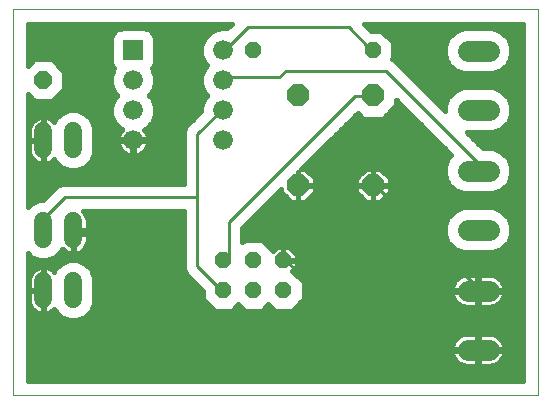
<source format=gbl>
G75*
%MOIN*%
%OFA0B0*%
%FSLAX25Y25*%
%IPPOS*%
%LPD*%
%AMOC8*
5,1,8,0,0,1.08239X$1,22.5*
%
%ADD10C,0.00000*%
%ADD11C,0.06000*%
%ADD12OC8,0.07500*%
%ADD13C,0.07050*%
%ADD14OC8,0.05200*%
%ADD15OC8,0.05600*%
%ADD16OC8,0.06000*%
%ADD17R,0.06600X0.06600*%
%ADD18C,0.06600*%
%ADD19C,0.01000*%
%ADD20C,0.01600*%
D10*
X0001800Y0001800D02*
X0001800Y0130501D01*
X0176721Y0130501D01*
X0176721Y0001800D01*
X0001800Y0001800D01*
D11*
X0011800Y0033800D02*
X0011800Y0039800D01*
X0021800Y0039800D02*
X0021800Y0033800D01*
X0021800Y0053800D02*
X0021800Y0059800D01*
X0011800Y0059800D02*
X0011800Y0053800D01*
X0011800Y0083800D02*
X0011800Y0089800D01*
X0021800Y0089800D02*
X0021800Y0083800D01*
D12*
X0096800Y0071800D03*
X0121800Y0071800D03*
X0121800Y0101800D03*
X0096800Y0101800D03*
D13*
X0153275Y0096957D02*
X0160325Y0096957D01*
X0160325Y0116643D02*
X0153275Y0116643D01*
X0153275Y0076643D02*
X0160325Y0076643D01*
X0160325Y0056957D02*
X0153275Y0056957D01*
X0153275Y0036643D02*
X0160325Y0036643D01*
X0160325Y0016957D02*
X0153275Y0016957D01*
D14*
X0121800Y0116800D03*
X0081800Y0116800D03*
D15*
X0081800Y0046800D03*
X0071800Y0046800D03*
X0071800Y0036800D03*
X0081800Y0036800D03*
X0091800Y0036800D03*
X0091800Y0046800D03*
D16*
X0011800Y0106800D03*
D17*
X0041800Y0116800D03*
D18*
X0041800Y0106800D03*
X0041800Y0096800D03*
X0041800Y0086800D03*
X0071800Y0086800D03*
X0071800Y0096800D03*
X0071800Y0106800D03*
X0071800Y0116800D03*
D19*
X0073700Y0118300D01*
X0080000Y0124600D01*
X0113600Y0124600D01*
X0119900Y0118300D01*
X0121800Y0116800D01*
X0126200Y0109900D02*
X0157700Y0078400D01*
X0156800Y0076643D01*
X0122000Y0072100D02*
X0121800Y0071800D01*
X0119900Y0072100D01*
X0096800Y0072100D01*
X0096800Y0071800D01*
X0073700Y0059500D02*
X0115700Y0101500D01*
X0119900Y0101500D01*
X0121800Y0101800D01*
X0126200Y0109900D02*
X0092600Y0109900D01*
X0090500Y0107800D01*
X0073700Y0107800D01*
X0071800Y0106800D01*
X0071600Y0097300D02*
X0071800Y0096800D01*
X0071600Y0097300D02*
X0063200Y0088900D01*
X0063200Y0067900D01*
X0019100Y0067900D01*
X0012800Y0061600D01*
X0012800Y0057400D01*
X0011800Y0056800D01*
X0021800Y0056800D02*
X0023300Y0055300D01*
X0042200Y0055300D01*
X0067400Y0030100D01*
X0094700Y0030100D01*
X0098900Y0034300D01*
X0098900Y0040600D01*
X0092600Y0046900D01*
X0091800Y0046800D01*
X0073700Y0046900D02*
X0071800Y0046800D01*
X0073700Y0046900D02*
X0073700Y0059500D01*
X0063200Y0067900D02*
X0063200Y0044800D01*
X0069500Y0038500D01*
X0071600Y0038500D01*
X0071800Y0036800D01*
X0122000Y0072100D02*
X0155600Y0038500D01*
X0156800Y0036643D01*
D20*
X0157175Y0037018D02*
X0156425Y0037018D01*
X0156425Y0041968D01*
X0152856Y0041968D01*
X0152028Y0041836D01*
X0151231Y0041577D01*
X0150484Y0041197D01*
X0149806Y0040704D01*
X0149213Y0040112D01*
X0148721Y0039433D01*
X0148340Y0038687D01*
X0148081Y0037889D01*
X0147950Y0037062D01*
X0147950Y0037018D01*
X0156425Y0037018D01*
X0156425Y0036267D01*
X0157175Y0036267D01*
X0157175Y0031318D01*
X0160744Y0031318D01*
X0161572Y0031449D01*
X0162369Y0031708D01*
X0163116Y0032088D01*
X0163794Y0032581D01*
X0164387Y0033174D01*
X0164879Y0033852D01*
X0165260Y0034598D01*
X0165519Y0035396D01*
X0165650Y0036223D01*
X0165650Y0036267D01*
X0157175Y0036267D01*
X0157175Y0037018D01*
X0157175Y0041967D01*
X0160744Y0041968D01*
X0161572Y0041836D01*
X0162369Y0041577D01*
X0163116Y0041197D01*
X0163794Y0040704D01*
X0164387Y0040112D01*
X0164879Y0039433D01*
X0165260Y0038687D01*
X0165519Y0037889D01*
X0165650Y0037062D01*
X0165650Y0037018D01*
X0157175Y0037018D01*
X0157175Y0037748D02*
X0156425Y0037748D01*
X0156425Y0036267D02*
X0147950Y0036267D01*
X0147950Y0036223D01*
X0148081Y0035396D01*
X0148340Y0034598D01*
X0148721Y0033852D01*
X0149213Y0033174D01*
X0149806Y0032581D01*
X0150484Y0032088D01*
X0151231Y0031708D01*
X0152028Y0031449D01*
X0152856Y0031318D01*
X0156425Y0031318D01*
X0156425Y0036267D01*
X0156425Y0036149D02*
X0157175Y0036149D01*
X0157175Y0034551D02*
X0156425Y0034551D01*
X0156425Y0032952D02*
X0157175Y0032952D01*
X0157175Y0031354D02*
X0156425Y0031354D01*
X0152627Y0031354D02*
X0095970Y0031354D01*
X0094617Y0030000D02*
X0098600Y0033983D01*
X0098600Y0039617D01*
X0094861Y0043356D01*
X0096400Y0044895D01*
X0096400Y0046700D01*
X0091900Y0046700D01*
X0091900Y0046900D01*
X0091700Y0046900D01*
X0091700Y0051400D01*
X0089895Y0051400D01*
X0088356Y0049861D01*
X0084617Y0053600D01*
X0078983Y0053600D01*
X0078200Y0052817D01*
X0078200Y0057636D01*
X0091250Y0070686D01*
X0091250Y0069501D01*
X0094501Y0066250D01*
X0096700Y0066250D01*
X0096700Y0071700D01*
X0096900Y0071700D01*
X0096900Y0071900D01*
X0096900Y0076336D01*
X0096700Y0076136D01*
X0096700Y0071900D01*
X0096900Y0071900D01*
X0102350Y0071900D01*
X0102350Y0074099D01*
X0099099Y0077350D01*
X0097914Y0077350D01*
X0116602Y0096038D01*
X0118590Y0094050D01*
X0125010Y0094050D01*
X0129550Y0098590D01*
X0129550Y0100186D01*
X0147863Y0081873D01*
X0146896Y0080905D01*
X0145750Y0078139D01*
X0145750Y0075146D01*
X0146896Y0072380D01*
X0149012Y0070263D01*
X0151778Y0069118D01*
X0161822Y0069118D01*
X0164588Y0070263D01*
X0166704Y0072380D01*
X0167850Y0075146D01*
X0167850Y0078139D01*
X0166704Y0080905D01*
X0164588Y0083022D01*
X0161822Y0084168D01*
X0158296Y0084168D01*
X0153031Y0089432D01*
X0161822Y0089432D01*
X0164588Y0090578D01*
X0166704Y0092695D01*
X0167850Y0095461D01*
X0167850Y0098454D01*
X0166704Y0101220D01*
X0164588Y0103337D01*
X0161822Y0104482D01*
X0151778Y0104482D01*
X0149012Y0103337D01*
X0146896Y0101220D01*
X0145750Y0098454D01*
X0145750Y0096714D01*
X0128749Y0113715D01*
X0128254Y0113920D01*
X0128400Y0114066D01*
X0128400Y0119534D01*
X0124534Y0123400D01*
X0121164Y0123400D01*
X0118863Y0125701D01*
X0171921Y0125701D01*
X0171921Y0006600D01*
X0006600Y0006600D01*
X0006600Y0049101D01*
X0007835Y0047866D01*
X0010408Y0046800D01*
X0013192Y0046800D01*
X0015765Y0047866D01*
X0017734Y0049835D01*
X0018102Y0050723D01*
X0018139Y0050673D01*
X0018673Y0050139D01*
X0019284Y0049695D01*
X0019957Y0049352D01*
X0020676Y0049118D01*
X0021422Y0049000D01*
X0021600Y0049000D01*
X0021600Y0056600D01*
X0022000Y0056600D01*
X0022000Y0057000D01*
X0026600Y0057000D01*
X0026600Y0060178D01*
X0026482Y0060924D01*
X0026248Y0061643D01*
X0025905Y0062316D01*
X0025461Y0062927D01*
X0024988Y0063400D01*
X0058700Y0063400D01*
X0058700Y0043905D01*
X0059385Y0042251D01*
X0060651Y0040985D01*
X0065000Y0036636D01*
X0065000Y0033983D01*
X0068983Y0030000D01*
X0074617Y0030000D01*
X0076800Y0032183D01*
X0078983Y0030000D01*
X0084617Y0030000D01*
X0086800Y0032183D01*
X0088983Y0030000D01*
X0094617Y0030000D01*
X0097569Y0032952D02*
X0149434Y0032952D01*
X0148364Y0034551D02*
X0098600Y0034551D01*
X0098600Y0036149D02*
X0147962Y0036149D01*
X0148059Y0037748D02*
X0098600Y0037748D01*
X0098600Y0039346D02*
X0148676Y0039346D01*
X0150137Y0040945D02*
X0097272Y0040945D01*
X0095673Y0042543D02*
X0171921Y0042543D01*
X0171921Y0044142D02*
X0095647Y0044142D01*
X0096400Y0045740D02*
X0171921Y0045740D01*
X0171921Y0047339D02*
X0096400Y0047339D01*
X0096400Y0046900D02*
X0096400Y0048705D01*
X0093705Y0051400D01*
X0091900Y0051400D01*
X0091900Y0046900D01*
X0096400Y0046900D01*
X0096168Y0048937D02*
X0171921Y0048937D01*
X0171921Y0050536D02*
X0164486Y0050536D01*
X0164588Y0050578D02*
X0166704Y0052695D01*
X0167850Y0055461D01*
X0167850Y0058454D01*
X0166704Y0061220D01*
X0164588Y0063337D01*
X0161822Y0064482D01*
X0151778Y0064482D01*
X0149012Y0063337D01*
X0146896Y0061220D01*
X0145750Y0058454D01*
X0145750Y0055461D01*
X0146896Y0052695D01*
X0149012Y0050578D01*
X0151778Y0049432D01*
X0161822Y0049432D01*
X0164588Y0050578D01*
X0166144Y0052134D02*
X0171921Y0052134D01*
X0171921Y0053733D02*
X0167134Y0053733D01*
X0167796Y0055332D02*
X0171921Y0055332D01*
X0171921Y0056930D02*
X0167850Y0056930D01*
X0167819Y0058529D02*
X0171921Y0058529D01*
X0171921Y0060127D02*
X0167157Y0060127D01*
X0166199Y0061726D02*
X0171921Y0061726D01*
X0171921Y0063324D02*
X0164600Y0063324D01*
X0171921Y0064923D02*
X0085487Y0064923D01*
X0083888Y0063324D02*
X0149000Y0063324D01*
X0147401Y0061726D02*
X0082290Y0061726D01*
X0080691Y0060127D02*
X0146443Y0060127D01*
X0145781Y0058529D02*
X0079092Y0058529D01*
X0078200Y0056930D02*
X0145750Y0056930D01*
X0145803Y0055332D02*
X0078200Y0055332D01*
X0078200Y0053733D02*
X0146466Y0053733D01*
X0147456Y0052134D02*
X0086082Y0052134D01*
X0087681Y0050536D02*
X0089031Y0050536D01*
X0091700Y0050536D02*
X0091900Y0050536D01*
X0091900Y0048937D02*
X0091700Y0048937D01*
X0091700Y0047339D02*
X0091900Y0047339D01*
X0094569Y0050536D02*
X0149114Y0050536D01*
X0156425Y0040945D02*
X0157175Y0040945D01*
X0157175Y0039346D02*
X0156425Y0039346D01*
X0163463Y0040945D02*
X0171921Y0040945D01*
X0171921Y0039346D02*
X0164924Y0039346D01*
X0165541Y0037748D02*
X0171921Y0037748D01*
X0171921Y0036149D02*
X0165638Y0036149D01*
X0165236Y0034551D02*
X0171921Y0034551D01*
X0171921Y0032952D02*
X0164166Y0032952D01*
X0160973Y0031354D02*
X0171921Y0031354D01*
X0171921Y0029755D02*
X0027655Y0029755D01*
X0027734Y0029835D02*
X0028800Y0032408D01*
X0028800Y0041192D01*
X0027734Y0043765D01*
X0025765Y0045734D01*
X0023192Y0046800D01*
X0020408Y0046800D01*
X0017835Y0045734D01*
X0015866Y0043765D01*
X0015498Y0042877D01*
X0015461Y0042927D01*
X0014927Y0043461D01*
X0014316Y0043905D01*
X0013643Y0044248D01*
X0012924Y0044482D01*
X0012178Y0044600D01*
X0012000Y0044600D01*
X0012000Y0037000D01*
X0011600Y0037000D01*
X0011600Y0044600D01*
X0011422Y0044600D01*
X0010676Y0044482D01*
X0009957Y0044248D01*
X0009284Y0043905D01*
X0008673Y0043461D01*
X0008139Y0042927D01*
X0007695Y0042316D01*
X0007352Y0041643D01*
X0007118Y0040924D01*
X0007000Y0040178D01*
X0007000Y0037000D01*
X0011600Y0037000D01*
X0011600Y0036600D01*
X0012000Y0036600D01*
X0012000Y0029000D01*
X0012178Y0029000D01*
X0012924Y0029118D01*
X0013643Y0029352D01*
X0014316Y0029695D01*
X0014927Y0030139D01*
X0015461Y0030673D01*
X0015498Y0030723D01*
X0015866Y0029835D01*
X0017835Y0027866D01*
X0020408Y0026800D01*
X0023192Y0026800D01*
X0025765Y0027866D01*
X0027734Y0029835D01*
X0028363Y0031354D02*
X0067629Y0031354D01*
X0066031Y0032952D02*
X0028800Y0032952D01*
X0028800Y0034551D02*
X0065000Y0034551D01*
X0065000Y0036149D02*
X0028800Y0036149D01*
X0028800Y0037748D02*
X0063888Y0037748D01*
X0062290Y0039346D02*
X0028800Y0039346D01*
X0028800Y0040945D02*
X0060691Y0040945D01*
X0059264Y0042543D02*
X0028240Y0042543D01*
X0027358Y0044142D02*
X0058700Y0044142D01*
X0058700Y0045740D02*
X0025750Y0045740D01*
X0023643Y0049352D02*
X0022924Y0049118D01*
X0022178Y0049000D01*
X0022000Y0049000D01*
X0022000Y0056600D01*
X0026600Y0056600D01*
X0026600Y0053422D01*
X0026482Y0052676D01*
X0026248Y0051957D01*
X0025905Y0051284D01*
X0025461Y0050673D01*
X0024927Y0050139D01*
X0024316Y0049695D01*
X0023643Y0049352D01*
X0022000Y0050536D02*
X0021600Y0050536D01*
X0021600Y0052134D02*
X0022000Y0052134D01*
X0022000Y0053733D02*
X0021600Y0053733D01*
X0021600Y0055332D02*
X0022000Y0055332D01*
X0022000Y0056930D02*
X0058700Y0056930D01*
X0058700Y0055332D02*
X0026600Y0055332D01*
X0026600Y0053733D02*
X0058700Y0053733D01*
X0058700Y0052134D02*
X0026306Y0052134D01*
X0025324Y0050536D02*
X0058700Y0050536D01*
X0058700Y0048937D02*
X0016837Y0048937D01*
X0018025Y0050536D02*
X0018276Y0050536D01*
X0014494Y0047339D02*
X0058700Y0047339D01*
X0058700Y0058529D02*
X0026600Y0058529D01*
X0026600Y0060127D02*
X0058700Y0060127D01*
X0058700Y0061726D02*
X0026206Y0061726D01*
X0025064Y0063324D02*
X0058700Y0063324D01*
X0058700Y0072400D02*
X0018205Y0072400D01*
X0016551Y0071715D01*
X0015285Y0070449D01*
X0011636Y0066800D01*
X0010408Y0066800D01*
X0007835Y0065734D01*
X0006600Y0064499D01*
X0006600Y0102101D01*
X0008901Y0099800D01*
X0014699Y0099800D01*
X0018800Y0103901D01*
X0018800Y0109699D01*
X0014699Y0113800D01*
X0008901Y0113800D01*
X0006600Y0111499D01*
X0006600Y0125701D01*
X0074737Y0125701D01*
X0073136Y0124100D01*
X0070348Y0124100D01*
X0067665Y0122989D01*
X0065611Y0120935D01*
X0064500Y0118252D01*
X0064500Y0115348D01*
X0065611Y0112665D01*
X0066476Y0111800D01*
X0065611Y0110935D01*
X0064500Y0108252D01*
X0064500Y0105348D01*
X0065611Y0102665D01*
X0066476Y0101800D01*
X0065611Y0100935D01*
X0064500Y0098252D01*
X0064500Y0096564D01*
X0059385Y0091449D01*
X0058700Y0089795D01*
X0058700Y0072400D01*
X0058700Y0072915D02*
X0006600Y0072915D01*
X0006600Y0071317D02*
X0016153Y0071317D01*
X0014554Y0069718D02*
X0006600Y0069718D01*
X0006600Y0068120D02*
X0012956Y0068120D01*
X0009734Y0066521D02*
X0006600Y0066521D01*
X0006600Y0064923D02*
X0007023Y0064923D01*
X0006600Y0074514D02*
X0058700Y0074514D01*
X0058700Y0076112D02*
X0006600Y0076112D01*
X0006600Y0077711D02*
X0018209Y0077711D01*
X0017835Y0077866D02*
X0020408Y0076800D01*
X0023192Y0076800D01*
X0025765Y0077866D01*
X0027734Y0079835D01*
X0028800Y0082408D01*
X0028800Y0091192D01*
X0027734Y0093765D01*
X0025765Y0095734D01*
X0023192Y0096800D01*
X0020408Y0096800D01*
X0017835Y0095734D01*
X0015866Y0093765D01*
X0015498Y0092877D01*
X0015461Y0092927D01*
X0014927Y0093461D01*
X0014316Y0093905D01*
X0013643Y0094248D01*
X0012924Y0094482D01*
X0012178Y0094600D01*
X0012000Y0094600D01*
X0012000Y0087000D01*
X0011600Y0087000D01*
X0011600Y0094600D01*
X0011422Y0094600D01*
X0010676Y0094482D01*
X0009957Y0094248D01*
X0009284Y0093905D01*
X0008673Y0093461D01*
X0008139Y0092927D01*
X0007695Y0092316D01*
X0007352Y0091643D01*
X0007118Y0090924D01*
X0007000Y0090178D01*
X0007000Y0087000D01*
X0011600Y0087000D01*
X0011600Y0086600D01*
X0012000Y0086600D01*
X0012000Y0079000D01*
X0012178Y0079000D01*
X0012924Y0079118D01*
X0013643Y0079352D01*
X0014316Y0079695D01*
X0014927Y0080139D01*
X0015461Y0080673D01*
X0015498Y0080723D01*
X0015866Y0079835D01*
X0017835Y0077866D01*
X0016391Y0079309D02*
X0013512Y0079309D01*
X0012000Y0079309D02*
X0011600Y0079309D01*
X0011600Y0079000D02*
X0011600Y0086600D01*
X0007000Y0086600D01*
X0007000Y0083422D01*
X0007118Y0082676D01*
X0007352Y0081957D01*
X0007695Y0081284D01*
X0008139Y0080673D01*
X0008673Y0080139D01*
X0009284Y0079695D01*
X0009957Y0079352D01*
X0010676Y0079118D01*
X0011422Y0079000D01*
X0011600Y0079000D01*
X0010088Y0079309D02*
X0006600Y0079309D01*
X0006600Y0080908D02*
X0007968Y0080908D01*
X0007173Y0082506D02*
X0006600Y0082506D01*
X0006600Y0084105D02*
X0007000Y0084105D01*
X0007000Y0085703D02*
X0006600Y0085703D01*
X0006600Y0087302D02*
X0007000Y0087302D01*
X0007000Y0088900D02*
X0006600Y0088900D01*
X0006600Y0090499D02*
X0007051Y0090499D01*
X0006600Y0092097D02*
X0007583Y0092097D01*
X0006600Y0093696D02*
X0008996Y0093696D01*
X0011600Y0093696D02*
X0012000Y0093696D01*
X0012000Y0092097D02*
X0011600Y0092097D01*
X0011600Y0090499D02*
X0012000Y0090499D01*
X0012000Y0088900D02*
X0011600Y0088900D01*
X0011600Y0087302D02*
X0012000Y0087302D01*
X0012000Y0085703D02*
X0011600Y0085703D01*
X0011600Y0084105D02*
X0012000Y0084105D01*
X0012000Y0082506D02*
X0011600Y0082506D01*
X0011600Y0080908D02*
X0012000Y0080908D01*
X0025391Y0077711D02*
X0058700Y0077711D01*
X0058700Y0079309D02*
X0027209Y0079309D01*
X0028179Y0080908D02*
X0058700Y0080908D01*
X0058700Y0082506D02*
X0044567Y0082506D01*
X0044473Y0082438D02*
X0045122Y0082910D01*
X0045690Y0083478D01*
X0046162Y0084127D01*
X0046526Y0084842D01*
X0046774Y0085606D01*
X0046900Y0086399D01*
X0046900Y0086500D01*
X0042100Y0086500D01*
X0042100Y0087100D01*
X0046900Y0087100D01*
X0046900Y0087201D01*
X0046774Y0087994D01*
X0046526Y0088758D01*
X0046162Y0089473D01*
X0045690Y0090122D01*
X0045416Y0090396D01*
X0045935Y0090611D01*
X0047989Y0092665D01*
X0049100Y0095348D01*
X0049100Y0098252D01*
X0047989Y0100935D01*
X0047124Y0101800D01*
X0047989Y0102665D01*
X0049100Y0105348D01*
X0049100Y0108252D01*
X0048048Y0110791D01*
X0048491Y0111234D01*
X0049100Y0112704D01*
X0049100Y0120896D01*
X0048491Y0122366D01*
X0047366Y0123491D01*
X0045896Y0124100D01*
X0037704Y0124100D01*
X0036234Y0123491D01*
X0035109Y0122366D01*
X0034500Y0120896D01*
X0034500Y0112704D01*
X0035109Y0111234D01*
X0035552Y0110791D01*
X0034500Y0108252D01*
X0034500Y0105348D01*
X0035611Y0102665D01*
X0036476Y0101800D01*
X0035611Y0100935D01*
X0034500Y0098252D01*
X0034500Y0095348D01*
X0035611Y0092665D01*
X0037665Y0090611D01*
X0038184Y0090396D01*
X0037910Y0090122D01*
X0037438Y0089473D01*
X0037074Y0088758D01*
X0036826Y0087994D01*
X0036700Y0087201D01*
X0036700Y0087100D01*
X0041500Y0087100D01*
X0041500Y0086500D01*
X0036700Y0086500D01*
X0036700Y0086399D01*
X0036826Y0085606D01*
X0037074Y0084842D01*
X0037438Y0084127D01*
X0037910Y0083478D01*
X0038478Y0082910D01*
X0039127Y0082438D01*
X0039842Y0082074D01*
X0040606Y0081826D01*
X0041399Y0081700D01*
X0041500Y0081700D01*
X0041500Y0086500D01*
X0042100Y0086500D01*
X0042100Y0081700D01*
X0042201Y0081700D01*
X0042994Y0081826D01*
X0043758Y0082074D01*
X0044473Y0082438D01*
X0046146Y0084105D02*
X0058700Y0084105D01*
X0058700Y0085703D02*
X0046790Y0085703D01*
X0046884Y0087302D02*
X0058700Y0087302D01*
X0058700Y0088900D02*
X0046454Y0088900D01*
X0045663Y0090499D02*
X0058991Y0090499D01*
X0060033Y0092097D02*
X0047421Y0092097D01*
X0048416Y0093696D02*
X0061632Y0093696D01*
X0063230Y0095294D02*
X0049078Y0095294D01*
X0049100Y0096893D02*
X0064500Y0096893D01*
X0064599Y0098491D02*
X0049001Y0098491D01*
X0048339Y0100090D02*
X0065261Y0100090D01*
X0066365Y0101688D02*
X0047235Y0101688D01*
X0048246Y0103287D02*
X0065354Y0103287D01*
X0064692Y0104885D02*
X0048908Y0104885D01*
X0049100Y0106484D02*
X0064500Y0106484D01*
X0064500Y0108082D02*
X0049100Y0108082D01*
X0048508Y0109681D02*
X0065092Y0109681D01*
X0065956Y0111279D02*
X0048510Y0111279D01*
X0049100Y0112878D02*
X0065523Y0112878D01*
X0064861Y0114476D02*
X0049100Y0114476D01*
X0049100Y0116075D02*
X0064500Y0116075D01*
X0064500Y0117673D02*
X0049100Y0117673D01*
X0049100Y0119272D02*
X0064922Y0119272D01*
X0065585Y0120870D02*
X0049100Y0120870D01*
X0048388Y0122469D02*
X0067145Y0122469D01*
X0070270Y0124068D02*
X0045974Y0124068D01*
X0037626Y0124068D02*
X0006600Y0124068D01*
X0006600Y0125666D02*
X0074702Y0125666D01*
X0036365Y0101688D02*
X0016588Y0101688D01*
X0018186Y0103287D02*
X0035354Y0103287D01*
X0034692Y0104885D02*
X0018800Y0104885D01*
X0018800Y0106484D02*
X0034500Y0106484D01*
X0034500Y0108082D02*
X0018800Y0108082D01*
X0018800Y0109681D02*
X0035092Y0109681D01*
X0035090Y0111279D02*
X0017220Y0111279D01*
X0015622Y0112878D02*
X0034500Y0112878D01*
X0034500Y0114476D02*
X0006600Y0114476D01*
X0006600Y0116075D02*
X0034500Y0116075D01*
X0034500Y0117673D02*
X0006600Y0117673D01*
X0006600Y0119272D02*
X0034500Y0119272D01*
X0034500Y0120870D02*
X0006600Y0120870D01*
X0006600Y0122469D02*
X0035212Y0122469D01*
X0007978Y0112878D02*
X0006600Y0112878D01*
X0006600Y0101688D02*
X0007012Y0101688D01*
X0006600Y0100090D02*
X0008611Y0100090D01*
X0006600Y0098491D02*
X0034599Y0098491D01*
X0034500Y0096893D02*
X0006600Y0096893D01*
X0006600Y0095294D02*
X0017395Y0095294D01*
X0015837Y0093696D02*
X0014604Y0093696D01*
X0014989Y0100090D02*
X0035261Y0100090D01*
X0034522Y0095294D02*
X0026205Y0095294D01*
X0027763Y0093696D02*
X0035184Y0093696D01*
X0036179Y0092097D02*
X0028425Y0092097D01*
X0028800Y0090499D02*
X0037937Y0090499D01*
X0037146Y0088900D02*
X0028800Y0088900D01*
X0028800Y0087302D02*
X0036716Y0087302D01*
X0036810Y0085703D02*
X0028800Y0085703D01*
X0028800Y0084105D02*
X0037454Y0084105D01*
X0039033Y0082506D02*
X0028800Y0082506D01*
X0041500Y0082506D02*
X0042100Y0082506D01*
X0042100Y0084105D02*
X0041500Y0084105D01*
X0041500Y0085703D02*
X0042100Y0085703D01*
X0087085Y0066521D02*
X0094230Y0066521D01*
X0092632Y0068120D02*
X0088684Y0068120D01*
X0090282Y0069718D02*
X0091250Y0069718D01*
X0096700Y0069718D02*
X0096900Y0069718D01*
X0096900Y0068120D02*
X0096700Y0068120D01*
X0096700Y0066521D02*
X0096900Y0066521D01*
X0096900Y0066250D02*
X0099099Y0066250D01*
X0102350Y0069501D01*
X0102350Y0071700D01*
X0096900Y0071700D01*
X0096900Y0066250D01*
X0099370Y0066521D02*
X0119230Y0066521D01*
X0119501Y0066250D02*
X0116250Y0069501D01*
X0116250Y0071700D01*
X0121700Y0071700D01*
X0121700Y0071900D01*
X0121700Y0077350D01*
X0119501Y0077350D01*
X0116250Y0074099D01*
X0116250Y0071900D01*
X0121700Y0071900D01*
X0121900Y0071900D01*
X0121900Y0077350D01*
X0124099Y0077350D01*
X0127350Y0074099D01*
X0127350Y0071900D01*
X0121900Y0071900D01*
X0121900Y0071700D01*
X0127350Y0071700D01*
X0127350Y0069501D01*
X0124099Y0066250D01*
X0121900Y0066250D01*
X0121900Y0071700D01*
X0121700Y0071700D01*
X0121700Y0066250D01*
X0119501Y0066250D01*
X0121700Y0066521D02*
X0121900Y0066521D01*
X0121900Y0068120D02*
X0121700Y0068120D01*
X0121700Y0069718D02*
X0121900Y0069718D01*
X0121900Y0071317D02*
X0121700Y0071317D01*
X0121700Y0072915D02*
X0121900Y0072915D01*
X0121900Y0074514D02*
X0121700Y0074514D01*
X0121700Y0076112D02*
X0121900Y0076112D01*
X0125337Y0076112D02*
X0145750Y0076112D01*
X0146012Y0074514D02*
X0126935Y0074514D01*
X0127350Y0072915D02*
X0146674Y0072915D01*
X0147959Y0071317D02*
X0127350Y0071317D01*
X0127350Y0069718D02*
X0150328Y0069718D01*
X0145750Y0077711D02*
X0098275Y0077711D01*
X0099873Y0079309D02*
X0146235Y0079309D01*
X0146898Y0080908D02*
X0101472Y0080908D01*
X0103070Y0082506D02*
X0147230Y0082506D01*
X0145631Y0084105D02*
X0104669Y0084105D01*
X0106267Y0085703D02*
X0144033Y0085703D01*
X0142434Y0087302D02*
X0107866Y0087302D01*
X0109464Y0088900D02*
X0140836Y0088900D01*
X0139237Y0090499D02*
X0111063Y0090499D01*
X0112661Y0092097D02*
X0137639Y0092097D01*
X0136040Y0093696D02*
X0114260Y0093696D01*
X0115858Y0095294D02*
X0117346Y0095294D01*
X0126254Y0095294D02*
X0134442Y0095294D01*
X0132843Y0096893D02*
X0127853Y0096893D01*
X0129451Y0098491D02*
X0131245Y0098491D01*
X0129646Y0100090D02*
X0129550Y0100090D01*
X0135980Y0106484D02*
X0171921Y0106484D01*
X0171921Y0108082D02*
X0134382Y0108082D01*
X0132783Y0109681D02*
X0150418Y0109681D01*
X0151778Y0109118D02*
X0149012Y0110263D01*
X0146896Y0112380D01*
X0145750Y0115146D01*
X0145750Y0118139D01*
X0146896Y0120905D01*
X0149012Y0123022D01*
X0151778Y0124168D01*
X0161822Y0124168D01*
X0164588Y0123022D01*
X0166704Y0120905D01*
X0167850Y0118139D01*
X0167850Y0115146D01*
X0166704Y0112380D01*
X0164588Y0110263D01*
X0161822Y0109118D01*
X0151778Y0109118D01*
X0147996Y0111279D02*
X0131185Y0111279D01*
X0129586Y0112878D02*
X0146689Y0112878D01*
X0146027Y0114476D02*
X0128400Y0114476D01*
X0128400Y0116075D02*
X0145750Y0116075D01*
X0145750Y0117673D02*
X0128400Y0117673D01*
X0128400Y0119272D02*
X0146219Y0119272D01*
X0146881Y0120870D02*
X0127063Y0120870D01*
X0125465Y0122469D02*
X0148460Y0122469D01*
X0151537Y0124068D02*
X0120496Y0124068D01*
X0118898Y0125666D02*
X0171921Y0125666D01*
X0171921Y0124068D02*
X0162063Y0124068D01*
X0165140Y0122469D02*
X0171921Y0122469D01*
X0171921Y0120870D02*
X0166719Y0120870D01*
X0167381Y0119272D02*
X0171921Y0119272D01*
X0171921Y0117673D02*
X0167850Y0117673D01*
X0167850Y0116075D02*
X0171921Y0116075D01*
X0171921Y0114476D02*
X0167573Y0114476D01*
X0166911Y0112878D02*
X0171921Y0112878D01*
X0171921Y0111279D02*
X0165604Y0111279D01*
X0163182Y0109681D02*
X0171921Y0109681D01*
X0171921Y0104885D02*
X0137579Y0104885D01*
X0139177Y0103287D02*
X0148962Y0103287D01*
X0147364Y0101688D02*
X0140776Y0101688D01*
X0142374Y0100090D02*
X0146427Y0100090D01*
X0145765Y0098491D02*
X0143973Y0098491D01*
X0145571Y0096893D02*
X0145750Y0096893D01*
X0153564Y0088900D02*
X0171921Y0088900D01*
X0171921Y0087302D02*
X0155162Y0087302D01*
X0156761Y0085703D02*
X0171921Y0085703D01*
X0171921Y0084105D02*
X0161973Y0084105D01*
X0165103Y0082506D02*
X0171921Y0082506D01*
X0171921Y0080908D02*
X0166702Y0080908D01*
X0167365Y0079309D02*
X0171921Y0079309D01*
X0171921Y0077711D02*
X0167850Y0077711D01*
X0167850Y0076112D02*
X0171921Y0076112D01*
X0171921Y0074514D02*
X0167588Y0074514D01*
X0166926Y0072915D02*
X0171921Y0072915D01*
X0171921Y0071317D02*
X0165641Y0071317D01*
X0163272Y0069718D02*
X0171921Y0069718D01*
X0171921Y0068120D02*
X0125968Y0068120D01*
X0124370Y0066521D02*
X0171921Y0066521D01*
X0171921Y0090499D02*
X0164396Y0090499D01*
X0166107Y0092097D02*
X0171921Y0092097D01*
X0171921Y0093696D02*
X0167119Y0093696D01*
X0167781Y0095294D02*
X0171921Y0095294D01*
X0171921Y0096893D02*
X0167850Y0096893D01*
X0167835Y0098491D02*
X0171921Y0098491D01*
X0171921Y0100090D02*
X0167173Y0100090D01*
X0166236Y0101688D02*
X0171921Y0101688D01*
X0171921Y0103287D02*
X0164638Y0103287D01*
X0118263Y0076112D02*
X0100337Y0076112D01*
X0101935Y0074514D02*
X0116665Y0074514D01*
X0116250Y0072915D02*
X0102350Y0072915D01*
X0102350Y0071317D02*
X0116250Y0071317D01*
X0116250Y0069718D02*
X0102350Y0069718D01*
X0100968Y0068120D02*
X0117632Y0068120D01*
X0096900Y0071317D02*
X0096700Y0071317D01*
X0096700Y0072915D02*
X0096900Y0072915D01*
X0096900Y0074514D02*
X0096700Y0074514D01*
X0096700Y0076112D02*
X0096900Y0076112D01*
X0087629Y0031354D02*
X0085970Y0031354D01*
X0077629Y0031354D02*
X0075970Y0031354D01*
X0026056Y0028157D02*
X0171921Y0028157D01*
X0171921Y0026558D02*
X0006600Y0026558D01*
X0006600Y0024960D02*
X0171921Y0024960D01*
X0171921Y0023361D02*
X0006600Y0023361D01*
X0006600Y0021763D02*
X0150977Y0021763D01*
X0151231Y0021892D02*
X0150484Y0021512D01*
X0149806Y0021019D01*
X0149213Y0020426D01*
X0148721Y0019748D01*
X0148340Y0019002D01*
X0148081Y0018204D01*
X0147950Y0017377D01*
X0147950Y0017332D01*
X0156425Y0017332D01*
X0156425Y0016582D01*
X0157175Y0016582D01*
X0157175Y0011632D01*
X0160744Y0011632D01*
X0161572Y0011764D01*
X0162369Y0012023D01*
X0163116Y0012403D01*
X0163794Y0012896D01*
X0164387Y0013488D01*
X0164879Y0014167D01*
X0165260Y0014913D01*
X0165519Y0015711D01*
X0165650Y0016538D01*
X0165650Y0016582D01*
X0157175Y0016582D01*
X0157175Y0017332D01*
X0165650Y0017332D01*
X0165650Y0017377D01*
X0165519Y0018204D01*
X0165260Y0019002D01*
X0164879Y0019748D01*
X0164387Y0020426D01*
X0163794Y0021019D01*
X0163116Y0021512D01*
X0162369Y0021892D01*
X0161572Y0022151D01*
X0160744Y0022282D01*
X0157175Y0022282D01*
X0157175Y0017333D01*
X0156425Y0017333D01*
X0156425Y0022282D01*
X0152856Y0022282D01*
X0152028Y0022151D01*
X0151231Y0021892D01*
X0149023Y0020164D02*
X0006600Y0020164D01*
X0006600Y0018566D02*
X0148199Y0018566D01*
X0147950Y0016582D02*
X0147950Y0016538D01*
X0148081Y0015711D01*
X0148340Y0014913D01*
X0148721Y0014167D01*
X0149213Y0013488D01*
X0149806Y0012896D01*
X0150484Y0012403D01*
X0151231Y0012023D01*
X0152028Y0011764D01*
X0152856Y0011632D01*
X0156425Y0011632D01*
X0156425Y0016582D01*
X0147950Y0016582D01*
X0148192Y0015369D02*
X0006600Y0015369D01*
X0006600Y0013770D02*
X0149009Y0013770D01*
X0150938Y0012172D02*
X0006600Y0012172D01*
X0006600Y0010573D02*
X0171921Y0010573D01*
X0171921Y0008975D02*
X0006600Y0008975D01*
X0006600Y0007376D02*
X0171921Y0007376D01*
X0171921Y0012172D02*
X0162662Y0012172D01*
X0164591Y0013770D02*
X0171921Y0013770D01*
X0171921Y0015369D02*
X0165408Y0015369D01*
X0165401Y0018566D02*
X0171921Y0018566D01*
X0171921Y0020164D02*
X0164577Y0020164D01*
X0162623Y0021763D02*
X0171921Y0021763D01*
X0171921Y0016967D02*
X0157175Y0016967D01*
X0156425Y0016967D02*
X0006600Y0016967D01*
X0006600Y0028157D02*
X0017544Y0028157D01*
X0015945Y0029755D02*
X0014399Y0029755D01*
X0012000Y0029755D02*
X0011600Y0029755D01*
X0011600Y0029000D02*
X0011600Y0036600D01*
X0007000Y0036600D01*
X0007000Y0033422D01*
X0007118Y0032676D01*
X0007352Y0031957D01*
X0007695Y0031284D01*
X0008139Y0030673D01*
X0008673Y0030139D01*
X0009284Y0029695D01*
X0009957Y0029352D01*
X0010676Y0029118D01*
X0011422Y0029000D01*
X0011600Y0029000D01*
X0009201Y0029755D02*
X0006600Y0029755D01*
X0006600Y0031354D02*
X0007659Y0031354D01*
X0007074Y0032952D02*
X0006600Y0032952D01*
X0006600Y0034551D02*
X0007000Y0034551D01*
X0007000Y0036149D02*
X0006600Y0036149D01*
X0006600Y0037748D02*
X0007000Y0037748D01*
X0007000Y0039346D02*
X0006600Y0039346D01*
X0006600Y0040945D02*
X0007125Y0040945D01*
X0006600Y0042543D02*
X0007860Y0042543D01*
X0006600Y0044142D02*
X0009749Y0044142D01*
X0011600Y0044142D02*
X0012000Y0044142D01*
X0012000Y0042543D02*
X0011600Y0042543D01*
X0013851Y0044142D02*
X0016242Y0044142D01*
X0017850Y0045740D02*
X0006600Y0045740D01*
X0006600Y0047339D02*
X0009106Y0047339D01*
X0006763Y0048937D02*
X0006600Y0048937D01*
X0011600Y0040945D02*
X0012000Y0040945D01*
X0012000Y0039346D02*
X0011600Y0039346D01*
X0011600Y0037748D02*
X0012000Y0037748D01*
X0012000Y0036149D02*
X0011600Y0036149D01*
X0011600Y0034551D02*
X0012000Y0034551D01*
X0012000Y0032952D02*
X0011600Y0032952D01*
X0011600Y0031354D02*
X0012000Y0031354D01*
X0156425Y0021763D02*
X0157175Y0021763D01*
X0157175Y0020164D02*
X0156425Y0020164D01*
X0156425Y0018566D02*
X0157175Y0018566D01*
X0157175Y0015369D02*
X0156425Y0015369D01*
X0156425Y0013770D02*
X0157175Y0013770D01*
X0157175Y0012172D02*
X0156425Y0012172D01*
M02*

</source>
